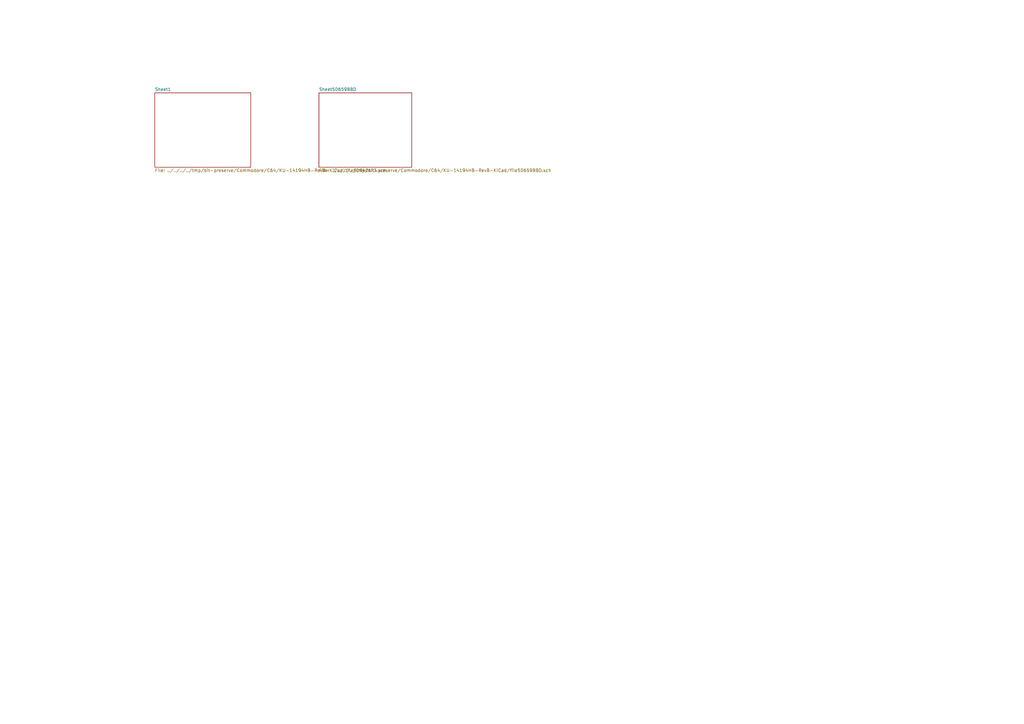
<source format=kicad_sch>
(kicad_sch (version 20230121) (generator eeschema)
  (paper "A3")
  (title_block (title "C64 Motherboard KU-14194HB") (date "2020-01-23") (rev "1.4") (company "Commodore 1982") (comment 1 "layout retraced and schematics drawn by bwack 2019"))
  (lib_symbols)
  (sheet (at 130.81 38.1) (size 38.1 30.48)
    (property "Sheetname" "Sheet5D659BBD" (at 130.81 37.3884 0) (effects (justify left bottom)))
    (property "Sheetfile" "../../../../tmp/bit-preserve/Commodore/C64/KU-14194HB-RevB-KiCad/file5D659BBD.sch" (at 130.81 69.1646 0) (effects (justify left top)))
  )
  (sheet (at 63.5 38.1) (size 39.37 30.48)
    (property "Sheetname" "Sheet1" (at 63.5 37.3884 0) (effects (justify left bottom)))
    (property "Sheetfile" "../../../../tmp/bit-preserve/Commodore/C64/KU-14194HB-RevB-KiCad/file5D940AF3.sch" (at 63.5 69.1646 0) (effects (justify left top)))
  )
)
</source>
